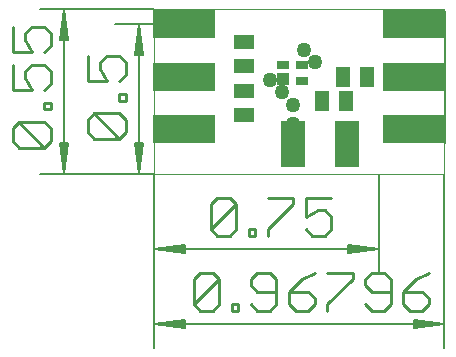
<source format=gts>
G75*
G70*
%OFA0B0*%
%FSLAX24Y24*%
%IPPOS*%
%LPD*%
%AMOC8*
5,1,8,0,0,1.08239X$1,22.5*
%
%ADD10C,0.0000*%
%ADD11C,0.0051*%
%ADD12C,0.0110*%
%ADD13R,0.0395X0.0316*%
%ADD14R,0.0395X0.0434*%
%ADD15R,0.0680X0.0480*%
%ADD16R,0.2080X0.0980*%
%ADD17R,0.0840X0.1580*%
%ADD18R,0.0480X0.0680*%
%ADD19C,0.0500*%
D10*
X005331Y005913D02*
X005331Y011408D01*
X015011Y011408D01*
X015011Y005913D01*
X005331Y005913D01*
X005331Y006963D02*
X005331Y011363D01*
X015018Y011363D02*
X015018Y006963D01*
D11*
X005331Y005913D02*
X005331Y000126D01*
X005331Y000913D02*
X006355Y000787D01*
X006355Y001039D01*
X005331Y000913D01*
X006355Y000811D01*
X006355Y000862D02*
X005331Y000913D01*
X006355Y001015D01*
X006355Y000964D02*
X005331Y000913D01*
X015011Y000913D01*
X013987Y000811D01*
X013987Y000787D02*
X015011Y000913D01*
X013987Y001015D01*
X013987Y001039D02*
X013987Y000787D01*
X013987Y000862D02*
X015011Y000913D01*
X013987Y000964D01*
X013987Y001039D02*
X015011Y000913D01*
X015011Y000126D02*
X015011Y005913D01*
X012831Y005913D02*
X012831Y002626D01*
X012831Y003413D02*
X011807Y003311D01*
X011807Y003287D02*
X012831Y003413D01*
X011807Y003515D01*
X011807Y003539D02*
X011807Y003287D01*
X011807Y003362D02*
X012831Y003413D01*
X011807Y003464D01*
X011807Y003539D02*
X012831Y003413D01*
X005331Y003413D01*
X006355Y003311D01*
X006355Y003287D02*
X005331Y003413D01*
X006355Y003515D01*
X006355Y003539D02*
X006355Y003287D01*
X006355Y003362D02*
X005331Y003413D01*
X006355Y003464D01*
X006355Y003539D02*
X005331Y003413D01*
X005331Y002626D02*
X005331Y005913D01*
X001544Y005913D01*
X002331Y005913D02*
X002433Y006937D01*
X002457Y006937D02*
X002205Y006937D01*
X002331Y005913D01*
X002229Y006937D01*
X002280Y006937D02*
X002331Y005913D01*
X002382Y006937D01*
X002457Y006937D02*
X002331Y005913D01*
X002331Y011413D01*
X002433Y010389D01*
X002457Y010389D02*
X002205Y010389D01*
X002331Y011413D01*
X002229Y010389D01*
X002280Y010389D02*
X002331Y011413D01*
X002382Y010389D01*
X002457Y010389D02*
X002331Y011413D01*
X001544Y011413D02*
X005331Y011413D01*
X005331Y010913D02*
X004044Y010913D01*
X004831Y010913D02*
X004933Y009889D01*
X004957Y009889D02*
X004831Y010913D01*
X004729Y009889D01*
X004705Y009889D02*
X004957Y009889D01*
X004882Y009889D02*
X004831Y010913D01*
X004780Y009889D01*
X004705Y009889D02*
X004831Y010913D01*
X004831Y005913D01*
X004933Y006937D01*
X004957Y006937D02*
X004831Y005913D01*
X004729Y006937D01*
X004705Y006937D02*
X004957Y006937D01*
X004882Y006937D02*
X004831Y005913D01*
X004780Y006937D01*
X004705Y006937D02*
X004831Y005913D01*
X005331Y005913D02*
X004044Y005913D01*
D12*
X004171Y007097D02*
X003325Y007097D01*
X003113Y007309D01*
X003113Y007732D01*
X003325Y007944D01*
X004171Y007097D01*
X004382Y007309D01*
X004382Y007732D01*
X004171Y007944D01*
X003325Y007944D01*
X004171Y008366D02*
X004171Y008578D01*
X004382Y008578D01*
X004382Y008366D01*
X004171Y008366D01*
X004171Y009001D02*
X004382Y009212D01*
X004382Y009635D01*
X004171Y009847D01*
X003748Y009847D01*
X003536Y009635D01*
X003536Y009424D01*
X003748Y009001D01*
X003113Y009001D01*
X003113Y009847D01*
X001882Y010183D02*
X001671Y009971D01*
X001882Y010183D02*
X001882Y010606D01*
X001671Y010817D01*
X001248Y010817D01*
X001036Y010606D01*
X001036Y010394D01*
X001248Y009971D01*
X000613Y009971D01*
X000613Y010817D01*
X000613Y009549D02*
X000613Y008702D01*
X001248Y008702D01*
X001036Y009125D01*
X001036Y009337D01*
X001248Y009549D01*
X001671Y009549D01*
X001882Y009337D01*
X001882Y008914D01*
X001671Y008702D01*
X001671Y008280D02*
X001882Y008280D01*
X001882Y008068D01*
X001671Y008068D01*
X001671Y008280D01*
X001671Y007645D02*
X000825Y007645D01*
X001671Y006799D01*
X001882Y007011D01*
X001882Y007434D01*
X001671Y007645D01*
X000825Y007645D02*
X000613Y007434D01*
X000613Y007011D01*
X000825Y006799D01*
X001671Y006799D01*
X007217Y004919D02*
X007217Y004073D01*
X008063Y004919D01*
X008063Y004073D01*
X007852Y003862D01*
X007429Y003862D01*
X007217Y004073D01*
X008486Y004073D02*
X008486Y003862D01*
X008698Y003862D01*
X008698Y004073D01*
X008486Y004073D01*
X009120Y004073D02*
X009120Y003862D01*
X009120Y004073D02*
X009966Y004919D01*
X009966Y005131D01*
X009120Y005131D01*
X008063Y004919D02*
X007852Y005131D01*
X007429Y005131D01*
X007217Y004919D01*
X010389Y005131D02*
X010389Y004496D01*
X010812Y004708D01*
X011024Y004708D01*
X011235Y004496D01*
X011235Y004073D01*
X011024Y003862D01*
X010601Y003862D01*
X010389Y004073D01*
X010389Y005131D02*
X011235Y005131D01*
X011103Y002631D02*
X011949Y002631D01*
X011949Y002419D01*
X011103Y001573D01*
X011103Y001362D01*
X010680Y001573D02*
X010680Y001785D01*
X010469Y001996D01*
X009834Y001996D01*
X009834Y001573D01*
X010046Y001362D01*
X010469Y001362D01*
X010680Y001573D01*
X010257Y002419D02*
X009834Y001996D01*
X009412Y001996D02*
X008777Y001996D01*
X008566Y002208D01*
X008566Y002419D01*
X008777Y002631D01*
X009200Y002631D01*
X009412Y002419D01*
X009412Y001573D01*
X009200Y001362D01*
X008777Y001362D01*
X008566Y001573D01*
X008143Y001573D02*
X008143Y001362D01*
X007931Y001362D01*
X007931Y001573D01*
X008143Y001573D01*
X007508Y001573D02*
X007297Y001362D01*
X006874Y001362D01*
X006662Y001573D01*
X007508Y002419D01*
X007508Y001573D01*
X006662Y001573D02*
X006662Y002419D01*
X006874Y002631D01*
X007297Y002631D01*
X007508Y002419D01*
X010257Y002419D02*
X010680Y002631D01*
X012372Y002419D02*
X012372Y002208D01*
X012584Y001996D01*
X013218Y001996D01*
X013641Y001996D02*
X014275Y001996D01*
X014487Y001785D01*
X014487Y001573D01*
X014275Y001362D01*
X013852Y001362D01*
X013641Y001573D01*
X013641Y001996D01*
X014064Y002419D01*
X014487Y002631D01*
X013218Y002419D02*
X013007Y002631D01*
X012584Y002631D01*
X012372Y002419D01*
X013218Y002419D02*
X013218Y001573D01*
X013007Y001362D01*
X012584Y001362D01*
X012372Y001573D01*
D13*
X010271Y009032D03*
X010271Y009544D03*
X009641Y009544D03*
D14*
X009641Y009091D03*
D15*
X008331Y008688D03*
X008331Y007888D03*
X008331Y009513D03*
X008331Y010313D03*
D16*
X006341Y010903D03*
X006341Y009163D03*
X006341Y007423D03*
X014008Y007423D03*
X014008Y009163D03*
X014008Y010903D03*
D17*
X011768Y006913D03*
X009956Y006913D03*
D18*
X010931Y008350D03*
X011731Y008350D03*
X011618Y009163D03*
X012418Y009163D03*
D19*
X010706Y009663D03*
X010331Y010038D03*
X009206Y009038D03*
X009581Y008663D03*
X009956Y008225D03*
X009956Y007600D03*
X006331Y007288D03*
X005706Y007288D03*
X005768Y010913D03*
X006331Y010913D03*
X014018Y010913D03*
X014643Y010913D03*
X014643Y007413D03*
X014018Y007413D03*
M02*

</source>
